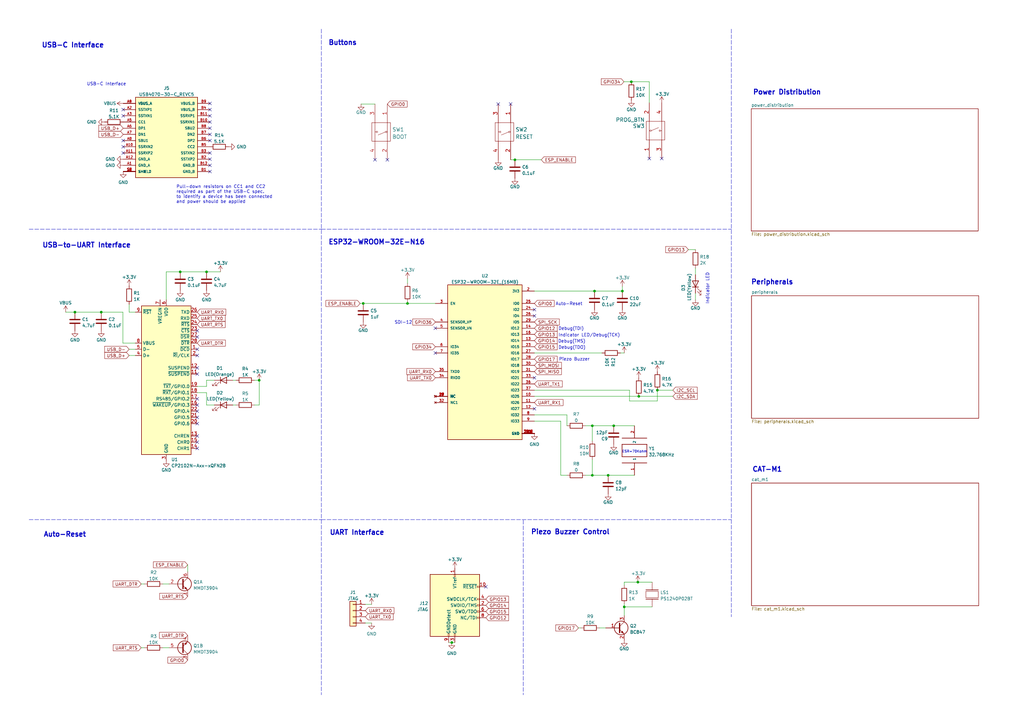
<source format=kicad_sch>
(kicad_sch (version 20211123) (generator eeschema)
  (paper "A3")
  (lib_symbols
    (symbol "2022-10-04_00-56-22:1977223-6" (pin_names (offset 0.254) hide)
      (property "Reference" "SW" (at 20.32 10.16 0))
      (property "Value" "1977223-6" (at 20.32 7.62 0))
      (symbol "1977223-6_0_1"
        (rectangle (start 16.51 -5.08) (end 24.13 -5.08) (stroke (width 0.1524)))
        (rectangle (start 16.51 0) (end 24.13 0) (stroke (width 0.1524)))
        (rectangle (start 16.51 1.27) (end 24.13 -6.35) (stroke (width 0.1524)))
      )
      (symbol "1977223-6_1_1"
        (polyline (pts (xy 20.32 -4.572) (xy 20.32 -5.08)) (stroke (width 0.127)))
        (polyline (pts (xy 20.32 -0.762) (xy 21.59 -3.81)) (stroke (width 0.127)))
        (polyline (pts (xy 20.32 0) (xy 20.32 -0.254)) (stroke (width 0.127)))
        (circle (center 20.32 -4.318) (radius 0.3048) (stroke (width 0.127)))
        (arc (start 20.32 -4.0132) (mid 20.32 -4.6228) (end 20.32 -4.0132) (stroke (width 0.127)))
        (arc (start 20.32 -0.8128) (mid 20.32 -0.2032) (end 20.32 -0.8128) (stroke (width 0.127)))
        (circle (center 20.32 -0.508) (radius 0.3048) (stroke (width 0.127)))
        (pin unspecified line (at 8.89 0 0) (length 7.62) (name "1") (number "1"))
        (pin unspecified line (at 31.75 0 180) (length 7.62) (name "2") (number "2"))
        (pin unspecified line (at 8.89 -5.08 0) (length 7.62) (name "3") (number "3"))
        (pin unspecified line (at 31.75 -5.08 180) (length 7.62) (name "4") (number "4"))
      )
    )
    (symbol "ABS07AIG-32.768KHZ-T:ABS07AIG-32.768KHZ-T" (pin_names (offset 1.016))
      (property "Reference" "Y" (at -5.1054 6.1214 0))
      (property "Value" "ABS07AIG-32.768KHZ-T" (at -5.08 -7.6454 0))
      (symbol "ABS07AIG-32.768KHZ-T_0_0"
        (polyline (pts (xy -5.08 5.08) (xy -5.08 -5.08)) (stroke (width 0.254)))
        (polyline (pts (xy -2.54 -5.08) (xy -2.54 5.08)) (stroke (width 0.254)))
        (polyline (pts (xy -2.54 5.08) (xy 2.54 5.08)) (stroke (width 0.254)))
        (polyline (pts (xy 2.54 -5.08) (xy -2.54 -5.08)) (stroke (width 0.254)))
        (polyline (pts (xy 2.54 5.08) (xy 2.54 -5.08)) (stroke (width 0.254)))
        (polyline (pts (xy 5.08 5.08) (xy 5.08 -5.08)) (stroke (width 0.254)))
        (pin passive line (at -10.16 0 0) (length 5.08) (name "1") (number "1"))
        (pin passive line (at 10.16 0 180) (length 5.08) (name "2") (number "2"))
      )
    )
    (symbol "Connector:Conn_ARM_JTAG_SWD_10" (pin_names (offset 1.016))
      (property "Reference" "J" (at -2.54 16.51 0))
      (property "Value" "Conn_ARM_JTAG_SWD_10" (at -2.54 13.97 0))
      (symbol "Conn_ARM_JTAG_SWD_10_0_1"
        (rectangle (start -10.16 12.7) (end 10.16 -12.7) (stroke (width 0.254)) (fill (type background)))
        (rectangle (start -2.794 -12.7) (end -2.286 -11.684))
        (rectangle (start -0.254 -12.7) (end 0.254 -11.684))
        (rectangle (start -0.254 12.7) (end 0.254 11.684))
        (rectangle (start 9.144 2.286) (end 10.16 2.794))
        (rectangle (start 10.16 -2.794) (end 9.144 -2.286))
        (rectangle (start 10.16 -0.254) (end 9.144 0.254))
        (rectangle (start 10.16 7.874) (end 9.144 7.366))
      )
      (symbol "Conn_ARM_JTAG_SWD_10_1_1"
        (rectangle (start 9.144 -5.334) (end 10.16 -4.826))
        (pin power_in line (at 0 15.24 270) (length 2.54) (name "VTref") (number "1"))
        (pin open_collector line (at 12.7 7.62 180) (length 2.54) (name "~{RESET}") (number "10"))
        (pin bidirectional line (at 12.7 0 180) (length 2.54) (name "SWDIO/TMS") (number "2"))
        (pin power_in line (at 0 -15.24 90) (length 2.54) (name "GND") (number "3"))
        (pin output line (at 12.7 2.54 180) (length 2.54) (name "SWDCLK/TCK") (number "4"))
        (pin passive line (at 0 -15.24 90) (length 2.54) hide (name "GND") (number "5"))
        (pin input line (at 12.7 -2.54 180) (length 2.54) (name "SWO/TDO") (number "6"))
        (pin no_connect line (at -10.16 0 0) (length 2.54) hide (name "KEY") (number "7"))
        (pin output line (at 12.7 -5.08 180) (length 2.54) (name "NC/TDI") (number "8"))
        (pin passive line (at -2.54 -15.24 90) (length 2.54) (name "GNDDetect") (number "9"))
      )
    )
    (symbol "Connector_Generic:Conn_01x04" (pin_names (offset 1.016) hide)
      (property "Reference" "J" (at 0 5.08 0))
      (property "Value" "Conn_01x04" (at 0 -7.62 0))
      (symbol "Conn_01x04_1_1"
        (rectangle (start -1.27 -4.953) (end 0 -5.207) (stroke (width 0.1524)))
        (rectangle (start -1.27 -2.413) (end 0 -2.667) (stroke (width 0.1524)))
        (rectangle (start -1.27 0.127) (end 0 -0.127) (stroke (width 0.1524)))
        (rectangle (start -1.27 2.667) (end 0 2.413) (stroke (width 0.1524)))
        (rectangle (start -1.27 3.81) (end 1.27 -6.35) (stroke (width 0.254)) (fill (type background)))
        (pin passive line (at -5.08 2.54 0) (length 3.81) (name "Pin_1") (number "1"))
        (pin passive line (at -5.08 0 0) (length 3.81) (name "Pin_2") (number "2"))
        (pin passive line (at -5.08 -2.54 0) (length 3.81) (name "Pin_3") (number "3"))
        (pin passive line (at -5.08 -5.08 0) (length 3.81) (name "Pin_4") (number "4"))
      )
    )
    (symbol "Device:C" (pin_numbers hide) (pin_names (offset 0.254))
      (property "Reference" "C" (at 0.635 2.54 0))
      (property "Value" "C" (at 0.635 -2.54 0))
      (symbol "C_0_1"
        (polyline (pts (xy -2.032 -0.762) (xy 2.032 -0.762)) (stroke (width 0.508)))
        (polyline (pts (xy -2.032 0.762) (xy 2.032 0.762)) (stroke (width 0.508)))
      )
      (symbol "C_1_1"
        (pin passive line (at 0 3.81 270) (length 2.794) (name "~") (number "1"))
        (pin passive line (at 0 -3.81 90) (length 2.794) (name "~") (number "2"))
      )
    )
    (symbol "Device:LED" (pin_numbers hide) (pin_names (offset 1.016) hide)
      (property "Reference" "D" (at 0 2.54 0))
      (property "Value" "LED" (at 0 -2.54 0))
      (symbol "LED_0_1"
        (polyline (pts (xy -1.27 -1.27) (xy -1.27 1.27)) (stroke (width 0.254)))
        (polyline (pts (xy -1.27 0) (xy 1.27 0)))
        (polyline (pts (xy 1.27 -1.27) (xy 1.27 1.27) (xy -1.27 0) (xy 1.27 -1.27)) (stroke (width 0.254)))
        (polyline (pts (xy -3.048 -0.762) (xy -4.572 -2.286) (xy -3.81 -2.286) (xy -4.572 -2.286) (xy -4.572 -1.524)))
        (polyline (pts (xy -1.778 -0.762) (xy -3.302 -2.286) (xy -2.54 -2.286) (xy -3.302 -2.286) (xy -3.302 -1.524)))
      )
      (symbol "LED_1_1"
        (pin passive line (at -3.81 0 0) (length 2.54) (name "K") (number "1"))
        (pin passive line (at 3.81 0 180) (length 2.54) (name "A") (number "2"))
      )
    )
    (symbol "Device:R" (pin_numbers hide) (pin_names (offset 0))
      (property "Reference" "R" (at 2.032 0 90))
      (property "Value" "R" (at 0 0 90))
      (symbol "R_0_1"
        (rectangle (start -1.016 -2.54) (end 1.016 2.54) (stroke (width 0.254)))
      )
      (symbol "R_1_1"
        (pin passive line (at 0 3.81 270) (length 1.27) (name "~") (number "1"))
        (pin passive line (at 0 -3.81 90) (length 1.27) (name "~") (number "2"))
      )
    )
    (symbol "ESP32-WROOM-32E__16MB_:ESP32-WROOM-32E_(16MB)" (pin_names (offset 1.016))
      (property "Reference" "U" (at -15.24 33.909 0))
      (property "Value" "ESP32-WROOM-32E_(16MB)" (at -15.24 -33.02 0))
      (symbol "ESP32-WROOM-32E_(16MB)_0_0"
        (rectangle (start -15.24 -30.48) (end 15.24 33.02) (stroke (width 0.254)) (fill (type background)))
        (pin power_in line (at 20.32 -27.94 180) (length 5.08) (name "GND") (number "1"))
        (pin bidirectional line (at 20.32 -12.7 180) (length 5.08) (name "IO25") (number "10"))
        (pin bidirectional line (at 20.32 -15.24 180) (length 5.08) (name "IO26") (number "11"))
        (pin bidirectional line (at 20.32 -17.78 180) (length 5.08) (name "IO27") (number "12"))
        (pin bidirectional line (at 20.32 10.16 180) (length 5.08) (name "IO14") (number "13"))
        (pin bidirectional line (at 20.32 15.24 180) (length 5.08) (name "IO12") (number "14"))
        (pin power_in line (at 20.32 -27.94 180) (length 5.08) (name "GND") (number "15"))
        (pin bidirectional line (at 20.32 12.7 180) (length 5.08) (name "IO13") (number "16"))
        (pin no_connect line (at -20.32 -12.7 0) (length 5.08) (name "NC") (number "17"))
        (pin no_connect line (at -20.32 -12.7 0) (length 5.08) (name "NC") (number "18"))
        (pin no_connect line (at -20.32 -12.7 0) (length 5.08) (name "NC") (number "19"))
        (pin power_in line (at 20.32 30.48 180) (length 5.08) (name "3V3") (number "2"))
        (pin no_connect line (at -20.32 -12.7 0) (length 5.08) (name "NC") (number "20"))
        (pin no_connect line (at -20.32 -12.7 0) (length 5.08) (name "NC") (number "21"))
        (pin no_connect line (at -20.32 -12.7 0) (length 5.08) (name "NC") (number "22"))
        (pin bidirectional line (at 20.32 7.62 180) (length 5.08) (name "IO15") (number "23"))
        (pin bidirectional line (at 20.32 22.86 180) (length 5.08) (name "IO2") (number "24"))
        (pin bidirectional line (at 20.32 25.4 180) (length 5.08) (name "IO0") (number "25"))
        (pin bidirectional line (at 20.32 20.32 180) (length 5.08) (name "IO4") (number "26"))
        (pin bidirectional line (at 20.32 5.08 180) (length 5.08) (name "IO16") (number "27"))
        (pin bidirectional line (at 20.32 2.54 180) (length 5.08) (name "IO17") (number "28"))
        (pin bidirectional line (at 20.32 17.78 180) (length 5.08) (name "IO5") (number "29"))
        (pin input line (at -20.32 25.4 0) (length 5.08) (name "EN") (number "3"))
        (pin bidirectional line (at 20.32 0 180) (length 5.08) (name "IO18") (number "30"))
        (pin bidirectional line (at 20.32 -2.54 180) (length 5.08) (name "IO19") (number "31"))
        (pin no_connect line (at -20.32 -15.24 0) (length 5.08) (name "NC1") (number "32"))
        (pin bidirectional line (at 20.32 -5.08 180) (length 5.08) (name "IO21") (number "33"))
        (pin bidirectional line (at -20.32 -5.08 0) (length 5.08) (name "RXD0") (number "34"))
        (pin bidirectional line (at -20.32 -2.54 0) (length 5.08) (name "TXD0") (number "35"))
        (pin bidirectional line (at 20.32 -7.62 180) (length 5.08) (name "IO22") (number "36"))
        (pin bidirectional line (at 20.32 -10.16 180) (length 5.08) (name "IO23") (number "37"))
        (pin power_in line (at 20.32 -27.94 180) (length 5.08) (name "GND") (number "38"))
        (pin power_in line (at 20.32 -27.94 180) (length 5.08) (name "GND") (number "39_1"))
        (pin power_in line (at 20.32 -27.94 180) (length 5.08) (name "GND") (number "39_2"))
        (pin power_in line (at 20.32 -27.94 180) (length 5.08) (name "GND") (number "39_3"))
        (pin power_in line (at 20.32 -27.94 180) (length 5.08) (name "GND") (number "39_4"))
        (pin power_in line (at 20.32 -27.94 180) (length 5.08) (name "GND") (number "39_5"))
        (pin power_in line (at 20.32 -27.94 180) (length 5.08) (name "GND") (number "39_6"))
        (pin power_in line (at 20.32 -27.94 180) (length 5.08) (name "GND") (number "39_7"))
        (pin power_in line (at 20.32 -27.94 180) (length 5.08) (name "GND") (number "39_8"))
        (pin power_in line (at 20.32 -27.94 180) (length 5.08) (name "GND") (number "39_9"))
        (pin input line (at -20.32 17.78 0) (length 5.08) (name "SENSOR_VP") (number "4"))
        (pin input line (at -20.32 15.24 0) (length 5.08) (name "SENSOR_VN") (number "5"))
        (pin input line (at -20.32 7.62 0) (length 5.08) (name "IO34") (number "6"))
        (pin input line (at -20.32 5.08 0) (length 5.08) (name "IO35") (number "7"))
        (pin bidirectional line (at 20.32 -20.32 180) (length 5.08) (name "IO32") (number "8"))
        (pin bidirectional line (at 20.32 -22.86 180) (length 5.08) (name "IO33") (number "9"))
      )
    )
    (symbol "Interface_USB:CP2102N-Axx-xQFN28"
      (property "Reference" "U" (at -8.89 31.75 0))
      (property "Value" "CP2102N-Axx-xQFN28" (at 12.7 31.75 0))
      (symbol "CP2102N-Axx-xQFN28_0_1"
        (rectangle (start -10.16 30.48) (end 10.16 -30.48) (stroke (width 0.254)) (fill (type background)))
      )
      (symbol "CP2102N-Axx-xQFN28_1_1"
        (pin input line (at 12.7 12.7 180) (length 2.54) (name "~{DCD}") (number "1"))
        (pin no_connect line (at -10.16 -27.94 0) (length 2.54) hide (name "NC") (number "10"))
        (pin output line (at 12.7 2.54 180) (length 2.54) (name "~{SUSPEND}") (number "11"))
        (pin output line (at 12.7 5.08 180) (length 2.54) (name "SUSPEND") (number "12"))
        (pin output line (at 12.7 -22.86 180) (length 2.54) (name "CHREN") (number "13"))
        (pin output line (at 12.7 -27.94 180) (length 2.54) (name "CHR1") (number "14"))
        (pin output line (at 12.7 -25.4 180) (length 2.54) (name "CHR0") (number "15"))
        (pin bidirectional line (at 12.7 -10.16 180) (length 2.54) (name "~{WAKEUP}/GPIO.3") (number "16"))
        (pin bidirectional line (at 12.7 -7.62 180) (length 2.54) (name "RS485/GPIO.2") (number "17"))
        (pin bidirectional line (at 12.7 -5.08 180) (length 2.54) (name "~{RXT}/GPIO.1") (number "18"))
        (pin bidirectional line (at 12.7 -2.54 180) (length 2.54) (name "~{TXT}/GPIO.0") (number "19"))
        (pin bidirectional line (at 12.7 10.16 180) (length 2.54) (name "~{RI}/CLK") (number "2"))
        (pin bidirectional line (at 12.7 -17.78 180) (length 2.54) (name "GPIO.6") (number "20"))
        (pin bidirectional line (at 12.7 -15.24 180) (length 2.54) (name "GPIO.5") (number "21"))
        (pin bidirectional line (at 12.7 -12.7 180) (length 2.54) (name "GPIO.4") (number "22"))
        (pin input line (at 12.7 20.32 180) (length 2.54) (name "~{CTS}") (number "23"))
        (pin output line (at 12.7 22.86 180) (length 2.54) (name "~{RTS}") (number "24"))
        (pin input line (at 12.7 25.4 180) (length 2.54) (name "RXD") (number "25"))
        (pin output line (at 12.7 27.94 180) (length 2.54) (name "TXD") (number "26"))
        (pin input line (at 12.7 17.78 180) (length 2.54) (name "~{DSR}") (number "27"))
        (pin output line (at 12.7 15.24 180) (length 2.54) (name "~{DTR}") (number "28"))
        (pin passive line (at 0 -33.02 90) (length 2.54) hide (name "GND") (number "29"))
        (pin power_in line (at 0 -33.02 90) (length 2.54) (name "GND") (number "3"))
        (pin bidirectional line (at -12.7 10.16 0) (length 2.54) (name "D+") (number "4"))
        (pin bidirectional line (at -12.7 12.7 0) (length 2.54) (name "D-") (number "5"))
        (pin power_in line (at 0 33.02 270) (length 2.54) (name "VDD") (number "6"))
        (pin power_in line (at -2.54 33.02 270) (length 2.54) (name "VREGIN") (number "7"))
        (pin input line (at -12.7 15.24 0) (length 2.54) (name "VBUS") (number "8"))
        (pin input line (at -12.7 27.94 0) (length 2.54) (name "~{RST}") (number "9"))
      )
    )
    (symbol "PS1240P02BT:PS1240P02BT" (pin_numbers hide) (pin_names (offset 1.016) hide)
      (property "Reference" "LS" (at -3.81 3.81 0))
      (property "Value" "PS1240P02BT" (at -3.81 -5.08 0))
      (symbol "PS1240P02BT_0_0"
        (polyline (pts (xy -2.54 0) (xy -1.905 0)) (stroke (width 0.1524)))
        (polyline (pts (xy -1.905 -2.54) (xy -1.905 0)) (stroke (width 0.254)))
        (polyline (pts (xy -1.905 0) (xy -1.905 2.54)) (stroke (width 0.254)))
        (polyline (pts (xy -1.27 -2.54) (xy 1.27 -2.54)) (stroke (width 0.1524)))
        (polyline (pts (xy -1.27 2.54) (xy -1.27 -2.54)) (stroke (width 0.1524)))
        (polyline (pts (xy 1.27 -2.54) (xy 1.27 2.54)) (stroke (width 0.1524)))
        (polyline (pts (xy 1.27 2.54) (xy -1.27 2.54)) (stroke (width 0.1524)))
        (polyline (pts (xy 1.905 0) (xy 1.905 -2.54)) (stroke (width 0.254)))
        (polyline (pts (xy 1.905 0) (xy 2.54 0)) (stroke (width 0.1524)))
        (polyline (pts (xy 1.905 2.54) (xy 1.905 0)) (stroke (width 0.254)))
        (pin passive line (at -5.08 0 0) (length 2.54) (name "~") (number "1"))
        (pin passive line (at 5.08 0 180) (length 2.54) (name "~") (number "2"))
      )
    )
    (symbol "Transistor_BJT:BC847" (pin_names (offset 0) hide)
      (property "Reference" "Q" (at 5.08 1.905 0))
      (property "Value" "BC847" (at 5.08 0 0))
      (symbol "BC847_0_1"
        (polyline (pts (xy 0.635 0.635) (xy 2.54 2.54)))
        (polyline (pts (xy 0.635 -0.635) (xy 2.54 -2.54) (xy 2.54 -2.54)))
        (polyline (pts (xy 0.635 1.905) (xy 0.635 -1.905) (xy 0.635 -1.905)) (stroke (width 0.508)))
        (polyline (pts (xy 1.27 -1.778) (xy 1.778 -1.27) (xy 2.286 -2.286) (xy 1.27 -1.778) (xy 1.27 -1.778)) (fill (type outline)))
        (circle (center 1.27 0) (radius 2.8194) (stroke (width 0.254)))
      )
      (symbol "BC847_1_1"
        (pin input line (at -5.08 0 0) (length 5.715) (name "B") (number "1"))
        (pin passive line (at 2.54 -5.08 90) (length 2.54) (name "E") (number "2"))
        (pin passive line (at 2.54 5.08 270) (length 2.54) (name "C") (number "3"))
      )
    )
    (symbol "Transistor_BJT:MMDT3904" (pin_names (offset 0) hide)
      (property "Reference" "Q" (at 5.08 1.27 0))
      (property "Value" "MMDT3904" (at 5.08 -1.27 0))
      (symbol "MMDT3904_0_1"
        (polyline (pts (xy 0.635 0) (xy -2.54 0)))
        (polyline (pts (xy 0.635 0.635) (xy 2.54 2.54)))
        (polyline (pts (xy 0.635 -0.635) (xy 2.54 -2.54) (xy 2.54 -2.54)))
        (polyline (pts (xy 0.635 1.905) (xy 0.635 -1.905) (xy 0.635 -1.905)) (stroke (width 0.508)))
        (polyline (pts (xy 1.27 -1.778) (xy 1.778 -1.27) (xy 2.286 -2.286) (xy 1.27 -1.778) (xy 1.27 -1.778)) (fill (type outline)))
        (circle (center 1.27 0) (radius 2.8194) (stroke (width 0.254)))
      )
      (symbol "MMDT3904_1_1"
        (pin passive line (at 2.54 -5.08 90) (length 2.54) (name "E1") (number "1"))
        (pin input line (at -5.08 0 0) (length 2.54) (name "B1") (number "2"))
        (pin passive line (at 2.54 5.08 270) (length 2.54) (name "C1") (number "6"))
      )
      (symbol "MMDT3904_2_1"
        (pin passive line (at 2.54 5.08 270) (length 2.54) (name "C2") (number "3"))
        (pin passive line (at 2.54 -5.08 90) (length 2.54) (name "E2") (number "4"))
        (pin input line (at -5.08 0 0) (length 2.54) (name "B2") (number "5"))
      )
    )
    (symbol "USB4070-30-C:USB4070-30-C_REVC5" (pin_names (offset 1.016))
      (property "Reference" "J5" (at 0 18.9398 0))
      (property "Value" "USB4070-30-C_REVC5" (at 0 16.4029 0))
      (symbol "USB4070-30-C_REVC5_0_0"
        (rectangle (start -12.7 -17.78) (end 12.7 15.24) (stroke (width 0.254)) (fill (type background)))
        (pin power_in line (at -17.78 -12.7 0) (length 5.08) (name "GND_A") (number "A1"))
        (pin bidirectional line (at -17.78 -5.08 0) (length 5.08) (name "SSRXN2") (number "A10"))
        (pin bidirectional line (at -17.78 -7.62 0) (length 5.08) (name "SSRXP2") (number "A11"))
        (pin power_in line (at -17.78 -10.16 0) (length 5.08) (name "GND_A") (number "A12"))
        (pin bidirectional line (at -17.78 10.16 0) (length 5.08) (name "SSTXP1") (number "A2"))
        (pin bidirectional line (at -17.78 7.62 0) (length 5.08) (name "SSTXN1") (number "A3"))
        (pin power_in line (at -17.78 12.7 0) (length 5.08) (name "VBUS_A") (number "A4"))
        (pin bidirectional line (at -17.78 5.08 0) (length 5.08) (name "CC1") (number "A5"))
        (pin bidirectional line (at -17.78 2.54 0) (length 5.08) (name "DP1") (number "A6"))
        (pin bidirectional line (at -17.78 0 0) (length 5.08) (name "DN1") (number "A7"))
        (pin bidirectional line (at -17.78 -2.54 0) (length 5.08) (name "SBU1") (number "A8"))
        (pin power_in line (at -17.78 12.7 0) (length 5.08) (name "VBUS_A") (number "A9"))
        (pin power_in line (at 17.78 -15.24 180) (length 5.08) (name "GND_B") (number "B1"))
        (pin bidirectional line (at 17.78 5.08 180) (length 5.08) (name "SSRXN1") (number "B10"))
        (pin bidirectional line (at 17.78 7.62 180) (length 5.08) (name "SSRXP1") (number "B11"))
        (pin power_in line (at 17.78 -12.7 180) (length 5.08) (name "GND_B") (number "B12"))
        (pin bidirectional line (at 17.78 -10.16 180) (length 5.08) (name "SSTXP2") (number "B2"))
        (pin bidirectional line (at 17.78 -7.62 180) (length 5.08) (name "SSTXN2") (number "B3"))
        (pin power_in line (at 17.78 10.16 180) (length 5.08) (name "VBUS_B") (number "B4"))
        (pin bidirectional line (at 17.78 -5.08 180) (length 5.08) (name "CC2") (number "B5"))
        (pin bidirectional line (at 17.78 -2.54 180) (length 5.08) (name "DP2") (number "B6"))
        (pin bidirectional line (at 17.78 0 180) (length 5.08) (name "DN2") (number "B7"))
        (pin bidirectional line (at 17.78 2.54 180) (length 5.08) (name "SBU2") (number "B8"))
        (pin power_in line (at 17.78 12.7 180) (length 5.08) (name "VBUS_B") (number "B9"))
        (pin passive line (at -17.78 -15.24 0) (length 5.08) (name "SHIELD") (number "S1"))
        (pin passive line (at -17.78 -15.24 0) (length 5.08) (name "SHIELD") (number "S2"))
        (pin passive line (at -17.78 -15.24 0) (length 5.08) (name "SHIELD") (number "S3"))
        (pin passive line (at -17.78 -15.24 0) (length 5.08) (name "SHIELD") (number "S4"))
        (pin passive line (at -17.78 -15.24 0) (length 5.08) (name "SHIELD") (number "S5"))
        (pin passive line (at -17.78 -15.24 0) (length 5.08) (name "SHIELD") (number "S6"))
        (pin passive line (at -17.78 -15.24 0) (length 5.08) (name "SHIELD") (number "S7"))
        (pin passive line (at -17.78 -15.24 0) (length 5.08) (name "SHIELD") (number "S8"))
      )
    )
    (symbol "power:+3.3V" (power) (pin_names (offset 0))
      (property "Value" "+3.3V" (at 0 3.556 0))
      (symbol "+3.3V_0_1"
        (polyline (pts (xy -0.762 1.27) (xy 0 2.54)))
        (polyline (pts (xy 0 0) (xy 0 2.54)))
        (polyline (pts (xy 0 2.54) (xy 0.762 1.27)))
      )
      (symbol "+3.3V_1_1"
        (pin power_in line (at 0 0 90) (length 0) hide (name "+3.3V") (number "1"))
      )
    )
    (symbol "power:GND" (power) (pin_names (offset 0))
      (property "Value" "GND" (at 0 -3.81 0))
      (symbol "GND_0_1"
        (polyline (pts (xy 0 0) (xy 0 -1.27) (xy 1.27 -1.27) (xy 0 -2.54) (xy -1.27 -1.27) (xy 0 -1.27)))
      )
      (symbol "GND_1_1"
        (pin power_in line (at 0 0 270) (length 0) hide (name "GND") (number "1"))
      )
    )
    (symbol "power:VBUS" (power) (pin_names (offset 0))
      (property "Value" "VBUS" (at 0 3.81 0))
      (symbol "VBUS_0_1"
        (polyline (pts (xy -0.762 1.27) (xy 0 2.54)))
        (polyline (pts (xy 0 0) (xy 0 2.54)))
        (polyline (pts (xy 0 2.54) (xy 0.762 1.27)))
      )
      (symbol "VBUS_1_1"
        (pin power_in line (at 0 0 90) (length 0) hide (name "VBUS") (number "1"))
      )
    )
  )
  (junction (at 249.428 194.945))
  (junction (at 73.914 111.506))
  (junction (at 243.84 119.38))
  (junction (at 261.62 238.76))
  (junction (at 106.299 155.956))
  (junction (at 255.27 119.38))
  (junction (at 242.951 174.625))
  (junction (at 211.201 65.532))
  (junction (at 242.951 194.945))
  (junction (at 41.529 128.016))
  (junction (at 251.714 174.625))
  (junction (at 262.001 162.56))
  (junction (at 269.621 160.02))
  (junction (at 84.709 111.506))
  (junction (at 167.132 124.46))
  (junction (at 258.953 33.528))
  (junction (at 30.734 128.016))
  (junction (at 148.971 124.46))
  (junction (at 256.032 248.92))
  (junction (at 185.293 263.525))
  (no_connect (at 153.797 65.532))
  (no_connect (at 199.263 240.665))
  (no_connect (at 178.562 134.62))
  (no_connect (at 204.343 42.672))
  (no_connect (at 209.423 42.672))
  (no_connect (at 158.877 65.532))
  (no_connect (at 219.202 167.64))
  (no_connect (at 86.106 70.358))
  (no_connect (at 86.106 67.818))
  (no_connect (at 80.899 135.636))
  (no_connect (at 80.899 138.176))
  (no_connect (at 219.202 127))
  (no_connect (at 219.202 129.54))
  (no_connect (at 219.202 154.94))
  (no_connect (at 271.399 65.024))
  (no_connect (at 266.319 65.024))
  (no_connect (at 80.899 145.796))
  (no_connect (at 80.899 143.256))
  (no_connect (at 178.562 144.78))
  (no_connect (at 80.899 178.816))
  (no_connect (at 80.899 171.196))
  (no_connect (at 80.899 173.736))
  (no_connect (at 80.899 181.356))
  (no_connect (at 80.899 183.896))
  (no_connect (at 80.899 168.656))
  (no_connect (at 80.899 166.116))
  (no_connect (at 80.899 163.576))
  (no_connect (at 80.899 153.416))
  (no_connect (at 80.899 150.876))
  (no_connect (at 86.106 57.658))
  (no_connect (at 50.546 57.658))
  (no_connect (at 50.546 60.198))
  (no_connect (at 50.546 62.738))
  (no_connect (at 86.106 50.038))
  (no_connect (at 86.106 55.118))
  (no_connect (at 86.106 42.418))
  (no_connect (at 86.106 52.578))
  (no_connect (at 50.546 47.498))
  (no_connect (at 50.546 44.958))
  (no_connect (at 86.106 44.958))
  (no_connect (at 86.106 47.498))
  (no_connect (at 86.106 62.738))
  (no_connect (at 86.106 65.278))
  (polyline (pts (xy 11.938 93.98) (xy 131.826 93.98)))
  (wire (pts (xy 269.621 164.465) (xy 258.191 164.465)))
  (wire (pts (xy 30.734 128.016) (xy 41.529 128.016)))
  (wire (pts (xy 232.537 170.18) (xy 219.202 170.18)))
  (wire (pts (xy 185.293 263.525) (xy 186.563 263.525)))
  (wire (pts (xy 219.202 144.78) (xy 246.888 144.78)))
  (wire (pts (xy 261.62 238.76) (xy 256.032 238.76)))
  (wire (pts (xy 41.529 128.016) (xy 50.419 128.016)))
  (wire (pts (xy 237.236 257.556) (xy 238.252 257.556)))
  (wire (pts (xy 66.802 265.684) (xy 69.342 265.684)))
  (wire (pts (xy 255.905 33.528) (xy 258.953 33.528)))
  (wire (pts (xy 76.962 231.648) (xy 76.962 234.442)))
  (wire (pts (xy 149.86 247.904) (xy 152.4 247.904)))
  (wire (pts (xy 267.462 238.76) (xy 261.62 238.76)))
  (wire (pts (xy 66.802 239.522) (xy 69.342 239.522)))
  (wire (pts (xy 232.537 194.945) (xy 229.997 194.945)))
  (wire (pts (xy 104.394 155.956) (xy 106.299 155.956)))
  (wire (pts (xy 147.701 124.46) (xy 148.971 124.46)))
  (wire (pts (xy 167.132 123.825) (xy 167.132 124.46)))
  (wire (pts (xy 167.132 124.46) (xy 178.562 124.46)))
  (wire (pts (xy 84.709 166.116) (xy 87.884 166.116)))
  (wire (pts (xy 52.959 128.016) (xy 55.499 128.016)))
  (wire (pts (xy 52.959 124.841) (xy 52.959 128.016)))
  (wire (pts (xy 240.157 194.945) (xy 242.951 194.945)))
  (wire (pts (xy 254.508 144.78) (xy 256.032 144.78)))
  (wire (pts (xy 84.709 161.036) (xy 84.709 166.116)))
  (wire (pts (xy 95.504 166.116) (xy 96.774 166.116)))
  (wire (pts (xy 104.394 166.116) (xy 106.299 166.116)))
  (wire (pts (xy 242.951 194.945) (xy 249.428 194.945)))
  (wire (pts (xy 84.709 161.036) (xy 80.899 161.036)))
  (wire (pts (xy 90.424 111.506) (xy 84.709 111.506)))
  (polyline (pts (xy 131.826 93.98) (xy 299.974 93.98)))
  (wire (pts (xy 256.032 247.65) (xy 256.032 248.92)))
  (wire (pts (xy 262.001 162.56) (xy 275.971 162.56)))
  (wire (pts (xy 50.419 128.016) (xy 50.419 140.716)))
  (wire (pts (xy 242.951 180.848) (xy 242.951 174.625)))
  (polyline (pts (xy 131.826 213.106) (xy 299.974 213.106)))
  (wire (pts (xy 52.959 145.796) (xy 55.499 145.796)))
  (wire (pts (xy 258.191 164.465) (xy 258.191 160.02)))
  (wire (pts (xy 240.157 174.625) (xy 242.951 174.625)))
  (wire (pts (xy 209.423 65.532) (xy 211.201 65.532)))
  (wire (pts (xy 149.86 255.524) (xy 152.4 255.524)))
  (wire (pts (xy 229.997 194.945) (xy 229.997 172.72)))
  (wire (pts (xy 184.023 263.525) (xy 185.293 263.525)))
  (wire (pts (xy 80.899 158.496) (xy 84.709 158.496)))
  (wire (pts (xy 249.428 194.945) (xy 260.223 194.945)))
  (wire (pts (xy 242.951 174.625) (xy 251.714 174.625)))
  (wire (pts (xy 148.971 124.46) (xy 167.132 124.46)))
  (wire (pts (xy 255.27 117.475) (xy 255.27 119.38)))
  (wire (pts (xy 256.032 248.92) (xy 267.462 248.92)))
  (wire (pts (xy 52.959 143.256) (xy 55.499 143.256)))
  (wire (pts (xy 84.709 111.506) (xy 73.914 111.506)))
  (wire (pts (xy 285.242 109.982) (xy 285.242 112.649)))
  (wire (pts (xy 256.032 248.92) (xy 256.032 252.476)))
  (polyline (pts (xy 11.938 213.106) (xy 131.826 213.106)))
  (wire (pts (xy 269.621 160.02) (xy 275.971 160.02)))
  (wire (pts (xy 57.912 265.684) (xy 59.182 265.684)))
  (wire (pts (xy 50.419 140.716) (xy 55.499 140.716)))
  (wire (pts (xy 106.299 155.956) (xy 106.299 166.116)))
  (wire (pts (xy 266.319 33.528) (xy 266.319 42.164)))
  (wire (pts (xy 256.032 238.76) (xy 256.032 240.03)))
  (wire (pts (xy 243.84 119.38) (xy 255.27 119.38)))
  (wire (pts (xy 219.202 119.38) (xy 243.84 119.38)))
  (wire (pts (xy 211.201 65.532) (xy 221.996 65.532)))
  (wire (pts (xy 285.242 120.269) (xy 285.242 122.936)))
  (wire (pts (xy 68.199 111.506) (xy 68.199 122.936)))
  (wire (pts (xy 269.621 160.02) (xy 269.621 164.465)))
  (wire (pts (xy 245.872 257.556) (xy 248.412 257.556)))
  (wire (pts (xy 26.924 128.016) (xy 30.734 128.016)))
  (wire (pts (xy 167.132 114.3) (xy 167.132 116.205)))
  (wire (pts (xy 242.951 188.468) (xy 242.951 194.945)))
  (polyline (pts (xy 214.63 213.36) (xy 214.63 284.988)))
  (wire (pts (xy 148.082 42.672) (xy 153.797 42.672)))
  (wire (pts (xy 219.202 160.02) (xy 258.191 160.02)))
  (polyline (pts (xy 131.826 11.938) (xy 131.826 284.988)))
  (wire (pts (xy 258.953 33.528) (xy 266.319 33.528)))
  (wire (pts (xy 232.537 174.625) (xy 232.537 170.18)))
  (wire (pts (xy 95.504 155.956) (xy 96.774 155.956)))
  (wire (pts (xy 251.714 174.625) (xy 260.223 174.625)))
  (wire (pts (xy 84.709 155.956) (xy 87.884 155.956)))
  (wire (pts (xy 219.202 162.56) (xy 262.001 162.56)))
  (wire (pts (xy 282.321 102.362) (xy 285.242 102.362)))
  (polyline (pts (xy 299.974 11.938) (xy 299.974 252.984)))
  (wire (pts (xy 84.709 158.496) (xy 84.709 155.956)))
  (wire (pts (xy 73.914 111.506) (xy 68.199 111.506)))
  (wire (pts (xy 219.202 172.72) (xy 229.997 172.72)))
  (wire (pts (xy 57.912 239.522) (xy 59.182 239.522)))
  (text "UART Interface" (at 135.128 219.71 0) (effects (font (size 2 2) (thickness 0.4) bold) (justify left bottom)))
  (text "Pull-down resistors on CC1 and CC2 \nrequired as part of the USB-C spec. \nto identify a device has been connected \nand power should be applied\n" (at 72.263 83.566 0) (effects (font (size 1.27 1.27)) (justify left bottom)))
  (text "Buttons" (at 134.62 18.796 0) (effects (font (size 2 2) (thickness 0.4) bold) (justify left bottom)))
  (text "Debug(TDI)" (at 228.981 135.636 0) (effects (font (size 1.27 1.27)) (justify left bottom)))
  (text "Piezo Buzzer Control" (at 217.678 219.456 0) (effects (font (size 2 2) (thickness 0.4) bold) (justify left bottom)))
  (text "USB-C Interface" (at 17.018 19.812 0) (effects (font (size 2 2) (thickness 0.4) bold) (justify left bottom)))
  (text "ESR=70Kohm" (at 255.143 185.928 0) (effects (font (size 1 1)) (justify left bottom)))
  (text "Peripherals" (at 307.975 116.967 0) (effects (font (size 2 2) (thickness 0.4) bold) (justify left bottom)))
  (text "Piezo Buzzer" (at 229.235 148.209 0) (effects (font (size 1.27 1.27)) (justify left bottom)))
  (text "Auto-Reset" (at 227.838 125.476 0) (effects (font (size 1.27 1.27)) (justify left bottom)))
  (text "USB-to-UART Interface" (at 17.272 101.854 0) (effects (font (size 2 2) (thickness 0.4) bold) (justify left bottom)))
  (text "Power Distribution" (at 308.737 39.116 0) (effects (font (size 2 2) (thickness 0.4) bold) (justify left bottom)))
  (text "Debug(TMS)" (at 228.854 140.843 0) (effects (font (size 1.27 1.27)) (justify left bottom)))
  (text "CAT-M1" (at 308.483 193.802 0) (effects (font (size 2 2) (thickness 0.4) bold) (justify left bottom)))
  (text "USB-C Interface" (at 35.56 35.306 0) (effects (font (size 1.27 1.27)) (justify left bottom)))
  (text "Indicator LED/Debug(TCK)" (at 228.981 138.303 0) (effects (font (size 1.27 1.27)) (justify left bottom)))
  (text "ESP32-WROOM-32E-N16" (at 134.62 100.584 0) (effects (font (size 2 2) (thickness 0.4) bold) (justify left bottom)))
  (text "Auto-Reset" (at 17.78 220.472 0) (effects (font (size 2 2) (thickness 0.4) bold) (justify left bottom)))
  (text "SDI-12" (at 161.798 133.096 0) (effects (font (size 1.27 1.27)) (justify left bottom)))
  (text "Debug(TDO)" (at 228.981 143.383 0) (effects (font (size 1.27 1.27)) (justify left bottom)))
  (text "Indicator LED" (at 290.957 124.841 90) (effects (font (size 1.27 1.27)) (justify left bottom)))
  (global_label "UART_RX0" (shape input) (at 178.562 152.4 180) (property "Intersheet References" "${INTERSHEET_REFS}" (effects hide)))
  (global_label "UART_RX0" (shape input) (at 149.86 250.444 0) (property "Intersheet References" "${INTERSHEET_REFS}" (effects hide)))
  (global_label "SPI_MISO" (shape input) (at 219.202 152.4 0) (property "Intersheet References" "${INTERSHEET_REFS}" (effects hide)))
  (global_label "SPI_SCK" (shape input) (at 219.202 132.08 0) (property "Intersheet References" "${INTERSHEET_REFS}" (effects hide)))
  (global_label "UART_RX1" (shape input) (at 219.202 165.1 0) (property "Intersheet References" "${INTERSHEET_REFS}" (effects hide)))
  (global_label "UART_DTR" (shape input) (at 76.962 260.604 180) (property "Intersheet References" "${INTERSHEET_REFS}" (effects hide)))
  (global_label "GPIO34" (shape input) (at 178.562 142.24 180) (property "Intersheet References" "${INTERSHEET_REFS}" (effects hide)))
  (global_label "GPIO36" (shape input) (at 178.562 132.08 180) (property "Intersheet References" "${INTERSHEET_REFS}" (effects hide)))
  (global_label "ESP_ENABLE" (shape input) (at 221.996 65.532 0) (property "Intersheet References" "${INTERSHEET_REFS}" (effects hide)))
  (global_label "GPIO0" (shape input) (at 219.202 124.46 0) (property "Intersheet References" "${INTERSHEET_REFS}" (effects hide)))
  (global_label "GPIO0" (shape input) (at 76.962 270.764 180) (property "Intersheet References" "${INTERSHEET_REFS}" (effects hide)))
  (global_label "ESP_ENABLE" (shape input) (at 147.701 124.46 180) (property "Intersheet References" "${INTERSHEET_REFS}" (effects hide)))
  (global_label "UART_TX0" (shape input) (at 149.86 252.984 0) (property "Intersheet References" "${INTERSHEET_REFS}" (effects hide)))
  (global_label "SPI_MOSI" (shape input) (at 219.202 149.86 0) (property "Intersheet References" "${INTERSHEET_REFS}" (effects hide)))
  (global_label "UART_TX0" (shape input) (at 178.562 154.94 180) (property "Intersheet References" "${INTERSHEET_REFS}" (effects hide)))
  (global_label "UART_DTR" (shape input) (at 57.912 239.522 180) (property "Intersheet References" "${INTERSHEET_REFS}" (effects hide)))
  (global_label "UART_DTR" (shape input) (at 80.899 140.716 0) (property "Intersheet References" "${INTERSHEET_REFS}" (effects hide)))
  (global_label "UART_RTS" (shape input) (at 80.899 133.096 0) (property "Intersheet References" "${INTERSHEET_REFS}" (effects hide)))
  (global_label "GPIO12" (shape input) (at 199.263 253.365 0) (property "Intersheet References" "${INTERSHEET_REFS}" (effects hide)))
  (global_label "USB_D-" (shape input) (at 52.959 143.256 180) (property "Intersheet References" "${INTERSHEET_REFS}" (effects hide)))
  (global_label "GPIO34" (shape input) (at 255.905 33.528 180) (property "Intersheet References" "${INTERSHEET_REFS}" (effects hide)))
  (global_label "UART_TX1" (shape input) (at 219.202 157.48 0) (property "Intersheet References" "${INTERSHEET_REFS}" (effects hide)))
  (global_label "I2C_SDA" (shape input) (at 275.971 162.56 0) (property "Intersheet References" "${INTERSHEET_REFS}" (effects hide)))
  (global_label "UART_RTS" (shape input) (at 57.912 265.684 180) (property "Intersheet References" "${INTERSHEET_REFS}" (effects hide)))
  (global_label "GPIO13" (shape input) (at 199.263 245.745 0) (property "Intersheet References" "${INTERSHEET_REFS}" (effects hide)))
  (global_label "GPIO13" (shape input) (at 282.321 102.362 180) (property "Intersheet References" "${INTERSHEET_REFS}" (effects hide)))
  (global_label "GPIO15" (shape input) (at 199.263 250.825 0) (property "Intersheet References" "${INTERSHEET_REFS}" (effects hide)))
  (global_label "GPIO0" (shape input) (at 158.877 42.672 0) (property "Intersheet References" "${INTERSHEET_REFS}" (effects hide)))
  (global_label "GPIO14" (shape input) (at 199.263 248.285 0) (property "Intersheet References" "${INTERSHEET_REFS}" (effects hide)))
  (global_label "GPIO17" (shape input) (at 219.202 147.32 0) (property "Intersheet References" "${INTERSHEET_REFS}" (effects hide)))
  (global_label "USB_D+" (shape input) (at 50.546 52.578 180) (property "Intersheet References" "${INTERSHEET_REFS}" (effects hide)))
  (global_label "GPIO12" (shape input) (at 219.202 134.62 0) (property "Intersheet References" "${INTERSHEET_REFS}" (effects hide)))
  (global_label "ESP_ENABLE" (shape input) (at 76.962 231.648 180) (property "Intersheet References" "${INTERSHEET_REFS}" (effects hide)))
  (global_label "USB_D-" (shape input) (at 50.546 55.118 180) (property "Intersheet References" "${INTERSHEET_REFS}" (effects hide)))
  (global_label "USB_D+" (shape input) (at 52.959 145.796 180) (property "Intersheet References" "${INTERSHEET_REFS}" (effects hide)))
  (global_label "GPIO15" (shape input) (at 219.202 142.24 0) (property "Intersheet References" "${INTERSHEET_REFS}" (effects hide)))
  (global_label "I2C_SCL" (shape input) (at 275.971 160.02 0) (property "Intersheet References" "${INTERSHEET_REFS}" (effects hide)))
  (global_label "GPIO14" (shape input) (at 219.202 139.7 0) (property "Intersheet References" "${INTERSHEET_REFS}" (effects hide)))
  (global_label "UART_RTS" (shape input) (at 76.962 244.602 180) (property "Intersheet References" "${INTERSHEET_REFS}" (effects hide)))
  (global_label "UART_RX0" (shape input) (at 80.899 128.016 0) (property "Intersheet References" "${INTERSHEET_REFS}" (effects hide)))
  (global_label "GPIO13" (shape input) (at 219.202 137.16 0) (property "Intersheet References" "${INTERSHEET_REFS}" (effects hide)))
  (global_label "GPIO17" (shape input) (at 237.236 257.556 180) (property "Intersheet References" "${INTERSHEET_REFS}" (effects hide)))
  (global_label "UART_TX0" (shape input) (at 80.899 130.556 0) (property "Intersheet References" "${INTERSHEET_REFS}" (effects hide)))
  (symbol (lib_id "Device:R") (at 258.953 37.338 0) (unit 1)
    (property "Reference" "R17" (at 260.731 36.5033 0) (effects (justify left)))
    (property "Value" "10K" (at 260.731 39.0402 0) (effects (justify left)))
    (property "Footprint" "Resistor_SMD:R_0805_2012Metric" (effects hide))
  )
  (symbol (lib_id "Device:C") (at 84.709 115.316 180) (unit 1)
    (property "Reference" "C4" (at 87.63 114.4813 0) (effects (justify right)))
    (property "Value" "4.7uF" (at 87.63 117.0182 0) (effects (justify right)))
    (property "Footprint" "Capacitor_SMD:C_0805_2012Metric" (effects hide))
  )
  (symbol (lib_id "power:+3.3V") (at 52.959 117.221 0) (unit 1)
    (property "Reference" "#PWR04" (effects hide))
    (property "Value" "+3.3V" (at 52.959 113.6452 0))
  )
  (symbol (lib_id "Device:R") (at 100.584 166.116 90) (unit 1)
    (property "Reference" "R5" (at 100.584 161.4002 90))
    (property "Value" "1K" (at 100.584 163.9371 90))
    (property "Footprint" "Resistor_SMD:R_0805_2012Metric" (effects hide))
  )
  (symbol (lib_id "power:GND") (at 258.953 41.148 0) (unit 1)
    (property "Reference" "#PWR029" (effects hide))
    (property "Value" "GND" (at 256.921 44.958 0) (effects (justify left)))
  )
  (symbol (lib_id "power:GND") (at 204.343 65.532 0) (unit 1)
    (property "Reference" "#PWR015" (effects hide))
    (property "Value" "GND" (at 206.375 68.961 0) (effects (justify right)))
  )
  (symbol (lib_id "Device:R") (at 236.347 174.625 270) (unit 1)
    (property "Reference" "R7" (at 236.347 169.9092 90))
    (property "Value" "0" (at 236.347 172.4461 90))
    (property "Footprint" "Resistor_SMD:R_0805_2012Metric" (effects hide))
  )
  (symbol (lib_id "power:+3.3V") (at 261.62 238.76 0) (unit 1)
    (property "Reference" "#PWR026" (effects hide))
    (property "Value" "+3.3V" (at 258.826 235.204 0) (effects (justify left)))
  )
  (symbol (lib_id "power:GND") (at 249.428 202.565 0) (unit 1)
    (property "Reference" "#PWR019" (effects hide))
    (property "Value" "GND" (at 251.46 205.994 0) (effects (justify right)))
  )
  (symbol (lib_id "power:GND") (at 42.926 50.038 270) (unit 1)
    (property "Reference" "#PWR0109" (effects hide))
    (property "Value" "GND" (at 35.56 50.038 90) (effects (justify left)))
  )
  (symbol (lib_id "2022-10-04_00-56-22:1977223-6") (at 209.423 33.782 270) (unit 1)
    (property "Reference" "SW2" (at 211.4042 53.1258 90) (effects (font (size 1.524 1.524)) (justify left)))
    (property "Value" "RESET" (at 211.4042 56.1192 90) (effects (font (size 1.524 1.524)) (justify left)))
    (property "Footprint" "1977223-6:1977223-6" (effects hide))
  )
  (symbol (lib_id "Interface_USB:CP2102N-Axx-xQFN28") (at 68.199 155.956 0) (unit 1)
    (property "Reference" "U1" (at 70.2184 188.4664 0) (effects (justify left)))
    (property "Value" "CP2102N-Axx-xQFN28" (at 70.2184 191.0033 0) (effects (justify left)))
    (property "Footprint" "Package_DFN_QFN:QFN-28-1EP_5x5mm_P0.5mm_EP3.35x3.35mm" (effects hide))
    (property "Datasheet" "https://www.silabs.com/documents/public/data-sheets/cp2102n-datasheet.pdf" (effects hide))
  )
  (symbol (lib_id "power:GND") (at 50.546 70.358 0) (unit 1)
    (property "Reference" "#PWR0132" (effects hide))
    (property "Value" "GND" (at 50.546 74.8014 0))
  )
  (symbol (lib_id "2022-10-04_00-56-22:1977223-6") (at 266.319 73.914 90) (unit 1)
    (property "Reference" "SW3" (at 264.414 51.689 90) (effects (font (size 1.524 1.524)) (justify left)))
    (property "Value" "PROG_BTN" (at 264.414 49.149 90) (effects (font (size 1.524 1.524)) (justify left)))
    (property "Footprint" "1977223-6:1977223-6" (effects hide))
  )
  (symbol (lib_id "Device:LED") (at 91.694 166.116 0) (unit 1)
    (property "Reference" "D2" (at 90.1065 161.1462 0))
    (property "Value" "LED(Yellow)" (at 90.424 163.576 0))
    (property "Footprint" "LED_SMD:LED_0805_2012Metric" (effects hide))
  )
  (symbol (lib_id "power:GND") (at 152.4 255.524 0) (unit 1)
    (property "Reference" "#PWR014" (effects hide))
    (property "Value" "GND" (at 152.4 259.9674 0))
  )
  (symbol (lib_id "power:+3.3V") (at 256.032 144.78 0) (unit 1)
    (property "Reference" "#PWR023" (effects hide))
    (property "Value" "+3.3V" (at 256.032 141.2042 0))
  )
  (symbol (lib_id "Device:LED") (at 91.694 155.956 0) (unit 1)
    (property "Reference" "D1" (at 90.1065 150.9862 0))
    (property "Value" "LED(Orange)" (at 90.1065 153.5231 0))
    (property "Footprint" "LED_SMD:LED_0805_2012Metric" (effects hide))
  )
  (symbol (lib_id "power:GND") (at 73.914 119.126 0) (unit 1)
    (property "Reference" "#PWR06" (effects hide))
    (property "Value" "GND" (at 71.882 122.936 0) (effects (justify left)))
  )
  (symbol (lib_id "power:GND") (at 251.714 182.245 0) (unit 1)
    (property "Reference" "#PWR020" (effects hide))
    (property "Value" "GND" (at 253.746 185.674 0) (effects (justify right)))
  )
  (symbol (lib_id "Device:C") (at 30.734 131.826 180) (unit 1)
    (property "Reference" "C1" (at 33.655 130.9913 0) (effects (justify right)))
    (property "Value" "4.7uF" (at 33.655 133.5282 0) (effects (justify right)))
    (property "Footprint" "Capacitor_SMD:C_0805_2012Metric" (effects hide))
  )
  (symbol (lib_id "power:GND") (at 243.84 127 0) (unit 1)
    (property "Reference" "#PWR018" (effects hide))
    (property "Value" "GND" (at 245.872 130.429 0) (effects (justify right)))
  )
  (symbol (lib_id "power:GND") (at 50.546 65.278 270) (unit 1)
    (property "Reference" "#PWR0129" (effects hide))
    (property "Value" "GND" (at 43.18 65.278 90) (effects (justify left)))
  )
  (symbol (lib_id "Device:C") (at 41.529 131.826 180) (unit 1)
    (property "Reference" "C2" (at 44.45 130.9913 0) (effects (justify right)))
    (property "Value" "0.1uF" (at 44.45 133.5282 0) (effects (justify right)))
    (property "Footprint" "Capacitor_SMD:C_0805_2012Metric" (effects hide))
  )
  (symbol (lib_id "Device:LED") (at 285.242 116.459 90) (unit 1)
    (property "Reference" "D3" (at 280.2722 118.0465 0))
    (property "Value" "LED(Yellow)" (at 282.702 117.729 0))
    (property "Footprint" "LED_SMD:LED_0805_2012Metric" (effects hide))
  )
  (symbol (lib_id "power:+3.3V") (at 90.424 111.506 0) (unit 1)
    (property "Reference" "#PWR08" (effects hide))
    (property "Value" "+3.3V" (at 90.424 107.9302 0))
  )
  (symbol (lib_id "power:GND") (at 84.709 119.126 0) (unit 1)
    (property "Reference" "#PWR07" (effects hide))
    (property "Value" "GND" (at 82.677 122.936 0) (effects (justify left)))
  )
  (symbol (lib_id "power:VBUS") (at 50.546 42.418 90) (unit 1)
    (property "Reference" "#PWR0106" (effects hide))
    (property "Value" "VBUS" (at 42.545 42.418 90) (effects (justify right)))
  )
  (symbol (lib_id "Device:R") (at 262.001 158.75 0) (unit 1)
    (property "Reference" "R15" (at 263.779 157.9153 0) (effects (justify left)))
    (property "Value" "4.7K" (at 263.779 160.4522 0) (effects (justify left)))
    (property "Footprint" "Resistor_SMD:R_0805_2012Metric" (effects hide))
  )
  (symbol (lib_id "PS1240P02BT:PS1240P02BT") (at 267.462 243.84 90) (unit 1)
    (property "Reference" "LS1" (at 270.764 243.0053 90) (effects (justify right)))
    (property "Value" "PS1240P02BT" (at 270.764 245.5422 90) (effects (justify right)))
    (property "Footprint" "PS1240P02BT:XDCR_PS1240P02BT" (effects hide))
    (property "MAXIMUM_PACKAGE_HEIGHT" "7.0mm" (effects hide))
    (property "PRICE" "None" (effects hide))
    (property "PACKAGE" "SIP-5 TDK" (effects hide))
    (property "MP" "PS1240P02CT3" (effects hide))
    (property "AVAILABILITY" "Unavailable" (effects hide))
    (property "MF" "TDK" (effects hide))
    (property "DESCRIPTION" "Buzzers Transducer, Externally Driven Piezo 3V 4kHz 60dB @ 3V, 10cm Through Hole PC Pins" (effects hide))
  )
  (symbol (lib_id "power:GND") (at 219.202 177.8 0) (unit 1)
    (property "Reference" "#PWR016" (effects hide))
    (property "Value" "GND" (at 219.202 182.2434 0))
  )
  (symbol (lib_id "Device:R") (at 285.242 106.172 0) (unit 1)
    (property "Reference" "R18" (at 287.02 105.3373 0) (effects (justify left)))
    (property "Value" "2K" (at 287.02 107.8742 0) (effects (justify left)))
    (property "Footprint" "Resistor_SMD:R_0805_2012Metric" (effects hide))
  )
  (symbol (lib_id "power:GND") (at 68.199 188.976 0) (unit 1)
    (property "Reference" "#PWR05" (effects hide))
    (property "Value" "GND" (at 66.167 192.786 0) (effects (justify left)))
  )
  (symbol (lib_id "power:GND") (at 211.201 73.152 0) (unit 1)
    (property "Reference" "#PWR017" (effects hide))
    (property "Value" "GND" (at 213.233 76.581 0) (effects (justify right)))
  )
  (symbol (lib_id "power:VBUS") (at 26.924 128.016 0) (unit 1)
    (property "Reference" "#PWR01" (effects hide))
    (property "Value" "VBUS" (at 29.464 124.206 0) (effects (justify right)))
  )
  (symbol (lib_id "Device:C") (at 255.27 123.19 180) (unit 1)
    (property "Reference" "C10" (at 258.191 122.3553 0) (effects (justify right)))
    (property "Value" "22uF" (at 258.191 124.8922 0) (effects (justify right)))
    (property "Footprint" "Capacitor_SMD:C_0805_2012Metric" (effects hide))
  )
  (symbol (lib_id "Device:R") (at 250.698 144.78 270) (unit 1)
    (property "Reference" "R12" (at 251.5327 146.558 0) (effects (justify left)))
    (property "Value" "10K" (at 248.9958 146.558 0) (effects (justify left)))
    (property "Footprint" "Resistor_SMD:R_0805_2012Metric" (effects hide))
  )
  (symbol (lib_id "power:GND") (at 148.082 42.672 0) (unit 1)
    (property "Reference" "#PWR010" (effects hide))
    (property "Value" "GND" (at 150.114 46.101 0) (effects (justify right)))
  )
  (symbol (lib_id "power:+3.3V") (at 167.132 114.3 0) (unit 1)
    (property "Reference" "#PWR011" (effects hide))
    (property "Value" "+3.3V" (at 167.132 110.7242 0))
  )
  (symbol (lib_id "Device:C") (at 148.971 128.27 180) (unit 1)
    (property "Reference" "C5" (at 151.892 127.4353 0) (effects (justify right)))
    (property "Value" "1uF" (at 151.892 129.9722 0) (effects (justify right)))
    (property "Footprint" "Capacitor_SMD:C_0805_2012Metric" (effects hide))
  )
  (symbol (lib_id "Device:C") (at 211.201 69.342 0) (unit 1)
    (property "Reference" "C6" (at 214.122 68.5073 0) (effects (justify left)))
    (property "Value" "0.1uF" (at 214.122 71.0442 0) (effects (justify left)))
    (property "Footprint" "Capacitor_SMD:C_0805_2012Metric" (effects hide))
  )
  (symbol (lib_id "power:GND") (at 285.242 122.936 0) (unit 1)
    (property "Reference" "#PWR030" (effects hide))
    (property "Value" "GND" (at 287.274 126.365 0) (effects (justify right)))
  )
  (symbol (lib_id "Transistor_BJT:BC847") (at 253.492 257.556 0) (unit 1)
    (property "Reference" "Q2" (at 258.3434 256.7213 0) (effects (justify left)))
    (property "Value" "BC847" (at 258.3434 259.2582 0) (effects (justify left)))
    (property "Footprint" "Package_TO_SOT_SMD:SOT-23" (effects hide))
    (property "Datasheet" "http://www.infineon.com/dgdl/Infineon-BC847SERIES_BC848SERIES_BC849SERIES_BC850SERIES-DS-v01_01-en.pdf?fileId=db3a304314dca389011541d4630a1657" (effects hide))
  )
  (symbol (lib_id "Device:R") (at 62.992 265.684 270) (unit 1)
    (property "Reference" "R3" (at 62.992 260.9682 90))
    (property "Value" "10K" (at 62.992 263.5051 90))
    (property "Footprint" "Resistor_SMD:R_0805_2012Metric" (effects hide))
  )
  (symbol (lib_id "power:+3.3V") (at 106.299 155.956 0) (unit 1)
    (property "Reference" "#PWR09" (effects hide))
    (property "Value" "+3.3V" (at 106.299 152.3802 0))
  )
  (symbol (lib_id "Device:R") (at 256.032 243.84 0) (unit 1)
    (property "Reference" "R13" (at 257.81 243.0053 0) (effects (justify left)))
    (property "Value" "1K" (at 257.81 245.5422 0) (effects (justify left)))
    (property "Footprint" "Resistor_SMD:R_0805_2012Metric" (effects hide))
  )
  (symbol (lib_id "Device:R") (at 236.347 194.945 270) (unit 1)
    (property "Reference" "R8" (at 236.347 190.2292 90))
    (property "Value" "0" (at 236.347 192.7661 90))
    (property "Footprint" "Resistor_SMD:R_0805_2012Metric" (effects hide))
  )
  (symbol (lib_id "Connector:Conn_ARM_JTAG_SWD_10") (at 186.563 248.285 0) (unit 1)
    (property "Reference" "J12" (at 175.641 247.4503 0) (effects (justify right)))
    (property "Value" "JTAG" (at 175.641 249.9872 0) (effects (justify right)))
    (property "Footprint" "3221-10-0100-00:CNC_3221-10-0100-00" (effects hide))
    (property "Datasheet" "http://infocenter.arm.com/help/topic/com.arm.doc.ddi0314h/DDI0314H_coresight_components_trm.pdf" (effects hide))
  )
  (symbol (lib_id "power:GND") (at 185.293 263.525 0) (unit 1)
    (property "Reference" "#PWR0112" (effects hide))
    (property "Value" "GND" (at 185.293 267.9684 0))
  )
  (symbol (lib_id "Transistor_BJT:MMDT3904") (at 74.422 265.684 0) (mirror x) (unit 2)
    (property "Reference" "Q1" (at 79.2734 264.8493 0) (effects (justify left)))
    (property "Value" "MMDT3904" (at 79.2734 267.3862 0) (effects (justify left)))
    (property "Footprint" "Package_TO_SOT_SMD:SOT-363_SC-70-6" (effects hide))
    (property "Datasheet" "http://www.diodes.com/_files/datasheets/ds30088.pdf" (effects hide))
  )
  (symbol (lib_id "power:+3.3V") (at 186.563 233.045 0) (unit 1)
    (property "Reference" "#PWR0111" (effects hide))
    (property "Value" "+3.3V" (at 186.563 229.4692 0))
  )
  (symbol (lib_id "Device:R") (at 167.132 120.015 0) (unit 1)
    (property "Reference" "R6" (at 168.91 119.1803 0) (effects (justify left)))
    (property "Value" "10K" (at 168.91 121.7172 0) (effects (justify left)))
    (property "Footprint" "Resistor_SMD:R_0805_2012Metric" (effects hide))
  )
  (symbol (lib_id "Device:R") (at 62.992 239.522 270) (unit 1)
    (property "Reference" "R2" (at 62.992 234.8062 90))
    (property "Value" "10K" (at 62.992 237.3431 90))
    (property "Footprint" "Resistor_SMD:R_0805_2012Metric" (effects hide))
  )
  (symbol (lib_id "Device:C") (at 251.714 178.435 0) (unit 1)
    (property "Reference" "C9" (at 249.301 179.9559 0) (effects (justify right)))
    (property "Value" "12pF" (at 249.301 177.419 0) (effects (justify right)))
    (property "Footprint" "Capacitor_SMD:C_0805_2012Metric" (effects hide))
  )
  (symbol (lib_id "power:+3.3V") (at 269.621 152.4 0) (unit 1)
    (property "Reference" "#PWR028" (effects hide))
    (property "Value" "+3.3V" (at 269.621 148.8242 0))
  )
  (symbol (lib_id "Device:R") (at 89.916 60.198 270) (unit 1)
    (property "Reference" "R14" (at 89.916 55.4822 90))
    (property "Value" "5.1K" (at 89.916 58.0191 90))
    (property "Footprint" "Resistor_SMD:R_0805_2012Metric" (effects hide))
  )
  (symbol (lib_id "power:+3.3V") (at 255.27 117.475 0) (unit 1)
    (property "Reference" "#PWR021" (effects hide))
    (property "Value" "+3.3V" (at 255.27 113.8992 0))
  )
  (symbol (lib_id "Transistor_BJT:MMDT3904") (at 74.422 239.522 0) (unit 1)
    (property "Reference" "Q1" (at 79.2734 238.6873 0) (effects (justify left)))
    (property "Value" "MMDT3904" (at 79.2734 241.2242 0) (effects (justify left)))
    (property "Footprint" "Package_TO_SOT_SMD:SOT-363_SC-70-6" (effects hide))
    (property "Datasheet" "http://www.diodes.com/_files/datasheets/ds30088.pdf" (effects hide))
  )
  (symbol (lib_id "Device:R") (at 269.621 156.21 0) (unit 1)
    (property "Reference" "R16" (at 271.399 155.3753 0) (effects (justify left)))
    (property "Value" "4.7K" (at 271.399 157.9122 0) (effects (justify left)))
    (property "Footprint" "Resistor_SMD:R_0805_2012Metric" (effects hide))
  )
  (symbol (lib_id "Device:R") (at 100.584 155.956 270) (unit 1)
    (property "Reference" "R4" (at 100.584 151.2402 90))
    (property "Value" "1K" (at 100.584 153.7771 90))
    (property "Footprint" "Resistor_SMD:R_0805_2012Metric" (effects hide))
  )
  (symbol (lib_id "power:+3.3V") (at 262.001 154.94 0) (unit 1)
    (property "Reference" "#PWR025" (effects hide))
    (property "Value" "+3.3V" (at 262.001 151.3642 0))
  )
  (symbol (lib_id "power:+3.3V") (at 271.399 42.164 0) (unit 1)
    (property "Reference" "#PWR027" (effects hide))
    (property "Value" "+3.3V" (at 268.605 38.608 0) (effects (justify left)))
  )
  (symbol (lib_id "Connector_Generic:Conn_01x04") (at 144.78 250.444 0) (mirror y) (unit 1)
    (property "Reference" "J1" (at 144.78 242.9342 0))
    (property "Value" "JTAG" (at 144.78 245.4711 0))
    (property "Footprint" "Connector_PinHeader_2.54mm:PinHeader_1x04_P2.54mm_Vertical" (effects hide))
  )
  (symbol (lib_id "2022-10-04_00-56-22:1977223-6") (at 158.877 33.782 270) (unit 1)
    (property "Reference" "SW1" (at 160.8582 53.1258 90) (effects (font (size 1.524 1.524)) (justify left)))
    (property "Value" "BOOT" (at 160.8582 56.1192 90) (effects (font (size 1.524 1.524)) (justify left)))
    (property "Footprint" "1977223-6:1977223-6" (effects hide))
  )
  (symbol (lib_id "ESP32-WROOM-32E__16MB_:ESP32-WROOM-32E_(16MB)") (at 198.882 149.86 0) (unit 1)
    (property "Reference" "U2" (at 198.882 113.1402 0))
    (property "Value" "ESP32-WROOM-32E_(16MB)" (at 198.882 115.6771 0))
    (property "Footprint" "ESP32-WROOM-32E__16MB_:XCVR_ESP32-WROOM-32E_(16MB)" (effects hide))
    (property "PARTREV" "1.4" (effects hide))
    (property "MANUFACTURER" "Espressif Systems" (effects hide))
    (property "MAXIMUM_PACKAGE_HEIGHT" "3.25mm" (effects hide))
    (property "STANDARD" "Manufacturer Recommendations" (effects hide))
  )
  (symbol (lib_id "power:GND") (at 50.546 67.818 270) (unit 1)
    (property "Reference" "#PWR0135" (effects hide))
    (property "Value" "GND" (at 43.18 67.818 90) (effects (justify left)))
  )
  (symbol (lib_id "power:GND") (at 30.734 135.636 0) (unit 1)
    (property "Reference" "#PWR02" (effects hide))
    (property "Value" "GND" (at 28.702 139.446 0) (effects (justify left)))
  )
  (symbol (lib_id "Device:C") (at 243.84 123.19 180) (unit 1)
    (property "Reference" "C7" (at 246.761 122.3553 0) (effects (justify right)))
    (property "Value" "0.1uF" (at 246.761 124.8922 0) (effects (justify right)))
    (property "Footprint" "Capacitor_SMD:C_0805_2012Metric" (effects hide))
  )
  (symbol (lib_id "Device:R") (at 52.959 121.031 0) (unit 1)
    (property "Reference" "R1" (at 54.737 120.1963 0) (effects (justify left)))
    (property "Value" "1K" (at 54.737 122.7332 0) (effects (justify left)))
    (property "Footprint" "Resistor_SMD:R_0805_2012Metric" (effects hide))
  )
  (symbol (lib_id "Device:C") (at 249.428 198.755 0) (unit 1)
    (property "Reference" "C8" (at 252.349 197.9203 0) (effects (justify left)))
    (property "Value" "12pF" (at 252.349 200.4572 0) (effects (justify left)))
    (property "Footprint" "Capacitor_SMD:C_0805_2012Metric" (effects hide))
  )
  (symbol (lib_id "power:GND") (at 148.971 132.08 0) (unit 1)
    (property "Reference" "#PWR012" (effects hide))
    (property "Value" "GND" (at 151.003 135.509 0) (effects (justify right)))
  )
  (symbol (lib_id "power:GND") (at 256.032 262.636 0) (unit 1)
    (property "Reference" "#PWR024" (effects hide))
    (property "Value" "GND" (at 258.064 266.065 0) (effects (justify right)))
  )
  (symbol (lib_id "Device:R") (at 242.951 184.658 180) (unit 1)
    (property "Reference" "R10" (at 237.617 183.515 0) (effects (justify right)))
    (property "Value" "10M" (at 237.617 186.0519 0) (effects (justify right)))
    (property "Footprint" "Resistor_SMD:R_0805_2012Metric" (effects hide))
  )
  (symbol (lib_id "power:+3.3V") (at 152.4 247.904 0) (unit 1)
    (property "Reference" "#PWR013" (effects hide))
    (property "Value" "+3.3V" (at 152.4 244.3282 0))
  )
  (symbol (lib_id "power:GND") (at 93.726 60.198 90) (unit 1)
    (property "Reference" "#PWR0108" (effects hide))
    (property "Value" "GND" (at 101.092 60.198 90) (effects (justify left)))
  )
  (symbol (lib_id "power:GND") (at 255.27 127 0) (unit 1)
    (property "Reference" "#PWR022" (effects hide))
    (property "Value" "GND" (at 257.302 130.429 0) (effects (justify right)))
  )
  (symbol (lib_id "power:GND") (at 41.529 135.636 0) (unit 1)
    (property "Reference" "#PWR03" (effects hide))
    (property "Value" "GND" (at 39.497 139.446 0) (effects (justify left)))
  )
  (symbol (lib_id "Device:R") (at 242.062 257.556 90) (unit 1)
    (property "Reference" "R9" (at 242.062 252.8402 90))
    (property "Value" "10K" (at 242.062 255.3771 90))
    (property "Footprint" "Resistor_SMD:R_0805_2012Metric" (effects hide))
  )
  (symbol (lib_id "Device:R") (at 46.736 50.038 270) (unit 1)
    (property "Reference" "R11" (at 46.736 45.3222 90))
    (property "Value" "5.1K" (at 46.736 47.8591 90))
    (property "Footprint" "Resistor_SMD:R_0805_2012Metric" (effects hide))
  )
  (symbol (lib_id "ABS07AIG-32.768KHZ-T:ABS07AIG-32.768KHZ-T") (at 260.223 184.785 90) (unit 1)
    (property "Reference" "Y1" (at 266.065 183.9503 90) (effects (justify right)))
    (property "Value" "32.768KHz" (at 266.065 186.4872 90) (effects (justify right)))
    (property "Footprint" "ABS07AIG-32:XTAL320X150X90" (effects hide))
  )
  (symbol (lib_id "USB4070-30-C:USB4070-30-C_REVC5") (at 68.326 55.118 0) (unit 1)
    (property "Reference" "J5" (at 68.326 36.1782 0))
    (property "Value" "USB4070-30-C_REVC5" (at 68.326 38.7151 0))
    (property "Footprint" "USB4145-03-0230-C_REVA:GCT_USB4145-03-0230-C_REVA" (effects hide))
    (property "PARTREV" "C5" (effects hide))
    (property "MANUFACTURER" "GCT" (effects hide))
    (property "MAXIMUM_PACKAGE_HEIGHT" "10.8mm" (effects hide))
    (property "STANDARD" "Manufacturer Recommendations" (effects hide))
  )
  (symbol (lib_id "Device:C") (at 73.914 115.316 180) (unit 1)
    (property "Reference" "C3" (at 76.835 114.4813 0) (effects (justify right)))
    (property "Value" "0.1uF" (at 76.835 117.0182 0) (effects (justify right)))
    (property "Footprint" "Capacitor_SMD:C_0805_2012Metric" (effects hide))
  )
  (sheet (at 308.102 44.577) (size 93.091 50.165) (stroke (width 0.1524))
    (property "Sheet name" "power_distribution" (at 308.102 43.8654 0) (effects (justify left bottom)))
    (property "Sheet file" "power_distribution.kicad_sch" (at 308.102 95.3266 0) (effects (justify left top)))
  )
  (sheet (at 308.229 198.12) (size 93.218 50.292) (stroke (width 0.1524))
    (property "Sheet name" "cat_m1" (at 308.229 197.4084 0) (effects (justify left bottom)))
    (property "Sheet file" "cat_m1.kicad_sch" (at 308.229 248.9966 0) (effects (justify left top)))
  )
  (sheet (at 308.229 121.285) (size 93.218 50.292) (stroke (width 0.1524))
    (property "Sheet name" "peripherals" (at 308.229 120.5734 0) (effects (justify left bottom)))
    (property "Sheet file" "peripherals.kicad_sch" (at 308.229 172.1616 0) (effects (justify left top)))
  )
)
</source>
